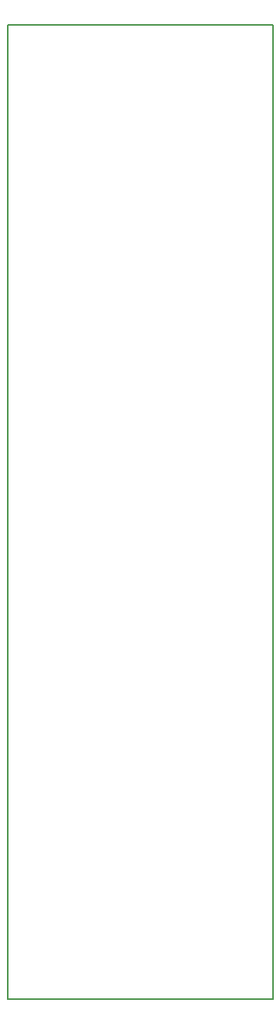
<source format=gm1>
G04 #@! TF.FileFunction,Profile,NP*
%FSLAX46Y46*%
G04 Gerber Fmt 4.6, Leading zero omitted, Abs format (unit mm)*
G04 Created by KiCad (PCBNEW (2016-08-20 BZR 7083)-product) date Thu Dec  8 21:02:35 2016*
%MOMM*%
%LPD*%
G01*
G04 APERTURE LIST*
%ADD10C,0.100000*%
%ADD11C,0.150000*%
G04 APERTURE END LIST*
D10*
D11*
X0Y106000000D02*
X0Y0D01*
X29000000Y106000000D02*
X0Y106000000D01*
X29000000Y0D02*
X29000000Y106000000D01*
X0Y0D02*
X29000000Y0D01*
M02*

</source>
